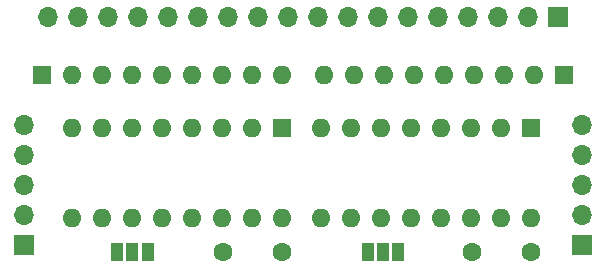
<source format=gbr>
%TF.GenerationSoftware,KiCad,Pcbnew,7.0.1*%
%TF.CreationDate,2023-05-21T17:19:05+09:00*%
%TF.ProjectId,joystick_74hc165_input_1p,6a6f7973-7469-4636-9b5f-373468633136,2*%
%TF.SameCoordinates,Original*%
%TF.FileFunction,Soldermask,Top*%
%TF.FilePolarity,Negative*%
%FSLAX46Y46*%
G04 Gerber Fmt 4.6, Leading zero omitted, Abs format (unit mm)*
G04 Created by KiCad (PCBNEW 7.0.1) date 2023-05-21 17:19:05*
%MOMM*%
%LPD*%
G01*
G04 APERTURE LIST*
%ADD10R,1.700000X1.700000*%
%ADD11O,1.700000X1.700000*%
%ADD12R,1.600000X1.600000*%
%ADD13O,1.600000X1.600000*%
%ADD14C,1.600000*%
%ADD15R,1.000000X1.500000*%
G04 APERTURE END LIST*
D10*
%TO.C,IN1*%
X130302000Y-103505000D03*
D11*
X130302000Y-100965000D03*
X130302000Y-98425000D03*
X130302000Y-95885000D03*
X130302000Y-93345000D03*
%TD*%
D12*
%TO.C,74HC165_2*%
X152146000Y-93599000D03*
D13*
X149606000Y-93599000D03*
X147066000Y-93599000D03*
X144526000Y-93599000D03*
X141986000Y-93599000D03*
X139446000Y-93599000D03*
X136906000Y-93599000D03*
X134366000Y-93599000D03*
X134366000Y-101219000D03*
X136906000Y-101219000D03*
X139446000Y-101219000D03*
X141986000Y-101219000D03*
X144526000Y-101219000D03*
X147066000Y-101219000D03*
X149606000Y-101219000D03*
X152146000Y-101219000D03*
%TD*%
D12*
%TO.C,74HC165_1*%
X173228000Y-93599000D03*
D13*
X170688000Y-93599000D03*
X168148000Y-93599000D03*
X165608000Y-93599000D03*
X163068000Y-93599000D03*
X160528000Y-93599000D03*
X157988000Y-93599000D03*
X155448000Y-93599000D03*
X155448000Y-101219000D03*
X157988000Y-101219000D03*
X160528000Y-101219000D03*
X163068000Y-101219000D03*
X165608000Y-101219000D03*
X168148000Y-101219000D03*
X170688000Y-101219000D03*
X173228000Y-101219000D03*
%TD*%
D12*
%TO.C,RN1*%
X176022000Y-89154000D03*
D13*
X173482000Y-89154000D03*
X170942000Y-89154000D03*
X168402000Y-89154000D03*
X165862000Y-89154000D03*
X163322000Y-89154000D03*
X160782000Y-89154000D03*
X158242000Y-89154000D03*
X155702000Y-89154000D03*
%TD*%
D10*
%TO.C,J1*%
X175514000Y-84201000D03*
D11*
X172974000Y-84201000D03*
X170434000Y-84201000D03*
X167894000Y-84201000D03*
X165354000Y-84201000D03*
X162814000Y-84201000D03*
X160274000Y-84201000D03*
X157734000Y-84201000D03*
X155194000Y-84201000D03*
X152654000Y-84201000D03*
X150114000Y-84201000D03*
X147574000Y-84201000D03*
X145034000Y-84201000D03*
X142494000Y-84201000D03*
X139954000Y-84201000D03*
X137414000Y-84201000D03*
X134874000Y-84201000D03*
X132334000Y-84201000D03*
%TD*%
D12*
%TO.C,RN2*%
X131826000Y-89154000D03*
D13*
X134366000Y-89154000D03*
X136906000Y-89154000D03*
X139446000Y-89154000D03*
X141986000Y-89154000D03*
X144526000Y-89154000D03*
X147066000Y-89154000D03*
X149606000Y-89154000D03*
X152146000Y-89154000D03*
%TD*%
D10*
%TO.C,OUT1*%
X177546000Y-103505000D03*
D11*
X177546000Y-100965000D03*
X177546000Y-98425000D03*
X177546000Y-95885000D03*
X177546000Y-93345000D03*
%TD*%
D14*
%TO.C,C2*%
X152146000Y-104140000D03*
X147146000Y-104140000D03*
%TD*%
%TO.C,C1*%
X173228000Y-104140000D03*
X168228000Y-104140000D03*
%TD*%
D15*
%TO.C,PULL1*%
X161955000Y-104140000D03*
X160655000Y-104140000D03*
X159355000Y-104140000D03*
%TD*%
%TO.C,SHORT1*%
X138146000Y-104140000D03*
X139446000Y-104140000D03*
X140746000Y-104140000D03*
%TD*%
M02*

</source>
